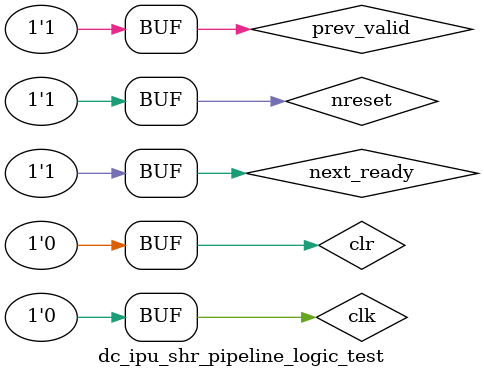
<source format=sv>
module dc_ipu_shr_pipeline_logic_test;

reg clk;
reg nreset;
reg clr;

wire prev_ready;
reg prev_valid;
wire in_transfer = prev_ready & prev_valid;

reg next_ready;
wire next_valid;
wire out_transfer = next_ready & next_valid;

int data_cnt;
reg[7:0] data_in;
wire[7:0] data_out;

dc_ipu_shr_pipeline_logic u_pip_logic(
  .clk(clk),
  .nreset(nreset),
  .clr(clr),

  .en(next_ready),
  .valid(next_valid),

  .in_valid(prev_valid),
  .in_ready(prev_ready),

  .buf_main_en(buf_main_en),
  .buf_side_en(buf_side_en),
  .buf_restore(buf_restore)
  
);

dc_ipu_shr_pipeline_buffer #(.WIDTH(8)) u_pip_buf(
  .clk(clk),
  .nreset(nreset),
  
  .buf_main_en(buf_main_en),
  .buf_side_en(buf_side_en),
  .buf_restore(buf_restore),
  
  .d(data_in),
  .q(data_out)
);

initial begin
  prev_valid = 0;
  next_ready = 1;  
  data_in = 0;
  data_cnt = 0;
  clr = 0;

  clk = 0;
  nreset = 0;
  #1;
  clk = 1;
  #1;
  nreset = 1;
  clk = 0;
  #1;

  for (int i = 0; i < 64; i++) begin
    data_in = data_cnt;

    prev_valid = (i != 10) && (i != 11);
    next_ready = (i != 5) && (i != 7) && (i != 8) && (i != 10);

    clr = (i == 30);

    if (prev_valid & prev_ready)
          data_cnt = data_cnt + 1;

    #1
    clk = 1;
    #1;
    clk = 0;
  end;


end

endmodule

</source>
